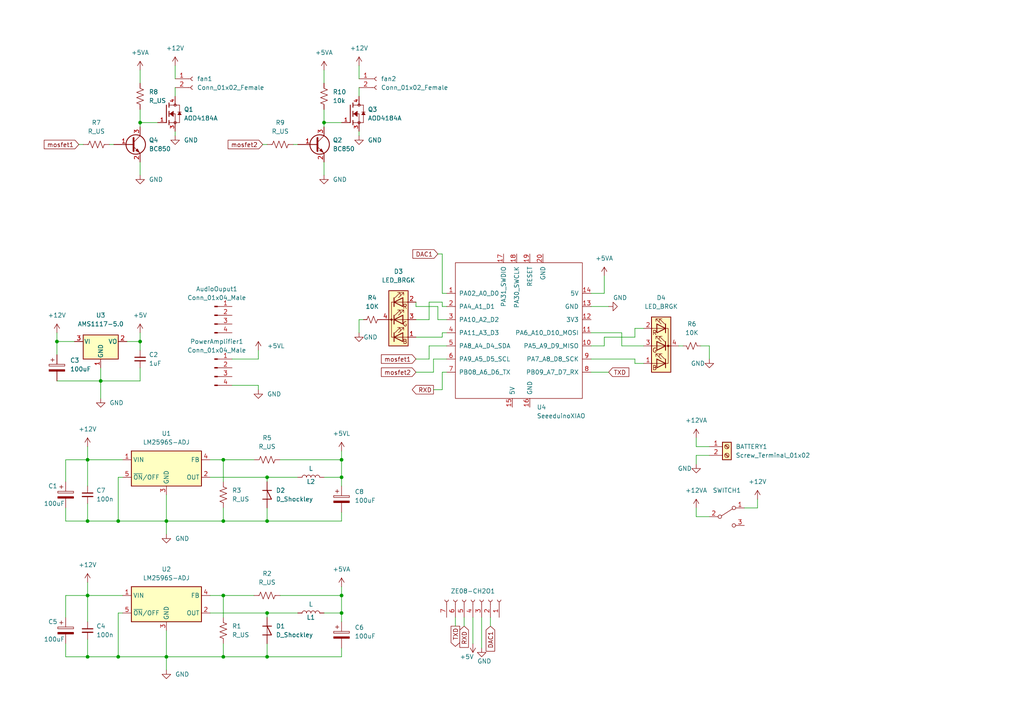
<source format=kicad_sch>
(kicad_sch (version 20211123) (generator eeschema)
  (paper "A4")
  (title_block (title "PCB CIGARETTE V1") (company "UCB IMT"))
  (lib_symbols
    (symbol "AOD4184A:AOD4184A" (pin_names (offset 1.016))
      (property "Reference" "Q" (at -8.89 2.54 0))
      (property "Value" "AOD4184A" (at -8.89 -7.62 0))
      (symbol "AOD4184A_0_0"
        (polyline (pts (xy 0 2.54) (xy 0 -2.54)) (stroke (width 0.254)))
        (polyline (pts (xy 0.762 -2.54) (xy 0.762 -3.175)) (stroke (width 0.254)))
        (polyline (pts (xy 0.762 -1.905) (xy 0.762 -2.54)) (stroke (width 0.254)))
        (polyline (pts (xy 0.762 0) (xy 0.762 -0.762)) (stroke (width 0.254)))
        (polyline (pts (xy 0.762 0) (xy 2.54 0)) (stroke (width 0.1524)))
        (polyline (pts (xy 0.762 0.762) (xy 0.762 0)) (stroke (width 0.254)))
        (polyline (pts (xy 0.762 2.54) (xy 0.762 1.905)) (stroke (width 0.254)))
        (polyline (pts (xy 0.762 2.54) (xy 3.81 2.54)) (stroke (width 0.1524)))
        (polyline (pts (xy 0.762 3.175) (xy 0.762 2.54)) (stroke (width 0.254)))
        (polyline (pts (xy 2.54 -2.54) (xy 0.762 -2.54)) (stroke (width 0.1524)))
        (polyline (pts (xy 2.54 -2.54) (xy 3.81 -2.54)) (stroke (width 0.1524)))
        (polyline (pts (xy 2.54 0) (xy 2.54 -2.54)) (stroke (width 0.1524)))
        (polyline (pts (xy 3.81 0.508) (xy 3.302 0.508)) (stroke (width 0.1524)))
        (polyline (pts (xy 3.81 0.508) (xy 3.81 -2.54)) (stroke (width 0.1524)))
        (polyline (pts (xy 3.81 2.54) (xy 3.81 0.508)) (stroke (width 0.1524)))
        (polyline (pts (xy 4.318 0.508) (xy 3.81 0.508)) (stroke (width 0.1524)))
        (polyline (pts (xy 1.016 0) (xy 2.032 0.762) (xy 2.032 -0.762) (xy 1.016 0)) (stroke (width 0.1524)) (fill (type outline)))
        (polyline (pts (xy 3.81 0.508) (xy 3.302 -0.254) (xy 4.318 -0.254) (xy 3.81 0.508)) (stroke (width 0.1524)) (fill (type outline)))
        (circle (center 2.54 -2.54) (radius 0.3592))
        (circle (center 2.54 2.54) (radius 0.3592))
        (pin passive line (at -2.54 -2.54 0) (length 2.54) (name "~") (number "1"))
        (pin passive line (at 2.54 -5.08 90) (length 2.54) (name "~") (number "3"))
        (pin passive line (at 2.54 5.08 270) (length 2.54) (name "~") (number "4"))
      )
    )
    (symbol "Connector:Conn_01x02_Female" (pin_names (offset 1.016) hide)
      (property "Reference" "J" (at 0 2.54 0))
      (property "Value" "Conn_01x02_Female" (at 0 -5.08 0))
      (symbol "Conn_01x02_Female_1_1"
        (arc (start 0 -2.032) (mid -0.508 -2.54) (end 0 -3.048) (stroke (width 0.1524)))
        (polyline (pts (xy -1.27 -2.54) (xy -0.508 -2.54)) (stroke (width 0.1524)))
        (polyline (pts (xy -1.27 0) (xy -0.508 0)) (stroke (width 0.1524)))
        (arc (start 0 0.508) (mid -0.508 0) (end 0 -0.508) (stroke (width 0.1524)))
        (pin passive line (at -5.08 0 0) (length 3.81) (name "Pin_1") (number "1"))
        (pin passive line (at -5.08 -2.54 0) (length 3.81) (name "Pin_2") (number "2"))
      )
    )
    (symbol "Connector:Conn_01x04_Male" (pin_names (offset 1.016) hide)
      (property "Reference" "J" (at 0 5.08 0))
      (property "Value" "Conn_01x04_Male" (at 0 -7.62 0))
      (symbol "Conn_01x04_Male_1_1"
        (polyline (pts (xy 1.27 -5.08) (xy 0.8636 -5.08)) (stroke (width 0.1524)))
        (polyline (pts (xy 1.27 -2.54) (xy 0.8636 -2.54)) (stroke (width 0.1524)))
        (polyline (pts (xy 1.27 0) (xy 0.8636 0)) (stroke (width 0.1524)))
        (polyline (pts (xy 1.27 2.54) (xy 0.8636 2.54)) (stroke (width 0.1524)))
        (rectangle (start 0.8636 -4.953) (end 0 -5.207) (stroke (width 0.1524)) (fill (type outline)))
        (rectangle (start 0.8636 -2.413) (end 0 -2.667) (stroke (width 0.1524)) (fill (type outline)))
        (rectangle (start 0.8636 0.127) (end 0 -0.127) (stroke (width 0.1524)) (fill (type outline)))
        (rectangle (start 0.8636 2.667) (end 0 2.413) (stroke (width 0.1524)) (fill (type outline)))
        (pin passive line (at 5.08 2.54 180) (length 3.81) (name "Pin_1") (number "1"))
        (pin passive line (at 5.08 0 180) (length 3.81) (name "Pin_2") (number "2"))
        (pin passive line (at 5.08 -2.54 180) (length 3.81) (name "Pin_3") (number "3"))
        (pin passive line (at 5.08 -5.08 180) (length 3.81) (name "Pin_4") (number "4"))
      )
    )
    (symbol "Connector:Conn_01x07_Female" (pin_names (offset 1.016) hide)
      (property "Reference" "J" (at 0 10.16 0))
      (property "Value" "Conn_01x07_Female" (at 0 -10.16 0))
      (symbol "Conn_01x07_Female_1_1"
        (arc (start 0 -7.112) (mid -0.508 -7.62) (end 0 -8.128) (stroke (width 0.1524)))
        (arc (start 0 -4.572) (mid -0.508 -5.08) (end 0 -5.588) (stroke (width 0.1524)))
        (arc (start 0 -2.032) (mid -0.508 -2.54) (end 0 -3.048) (stroke (width 0.1524)))
        (polyline (pts (xy -1.27 -7.62) (xy -0.508 -7.62)) (stroke (width 0.1524)))
        (polyline (pts (xy -1.27 -5.08) (xy -0.508 -5.08)) (stroke (width 0.1524)))
        (polyline (pts (xy -1.27 -2.54) (xy -0.508 -2.54)) (stroke (width 0.1524)))
        (polyline (pts (xy -1.27 0) (xy -0.508 0)) (stroke (width 0.1524)))
        (polyline (pts (xy -1.27 2.54) (xy -0.508 2.54)) (stroke (width 0.1524)))
        (polyline (pts (xy -1.27 5.08) (xy -0.508 5.08)) (stroke (width 0.1524)))
        (polyline (pts (xy -1.27 7.62) (xy -0.508 7.62)) (stroke (width 0.1524)))
        (arc (start 0 0.508) (mid -0.508 0) (end 0 -0.508) (stroke (width 0.1524)))
        (arc (start 0 3.048) (mid -0.508 2.54) (end 0 2.032) (stroke (width 0.1524)))
        (arc (start 0 5.588) (mid -0.508 5.08) (end 0 4.572) (stroke (width 0.1524)))
        (arc (start 0 8.128) (mid -0.508 7.62) (end 0 7.112) (stroke (width 0.1524)))
        (pin passive line (at -5.08 7.62 0) (length 3.81) (name "Pin_1") (number "1"))
        (pin passive line (at -5.08 5.08 0) (length 3.81) (name "Pin_2") (number "2"))
        (pin passive line (at -5.08 2.54 0) (length 3.81) (name "Pin_3") (number "3"))
        (pin passive line (at -5.08 0 0) (length 3.81) (name "Pin_4") (number "4"))
        (pin passive line (at -5.08 -2.54 0) (length 3.81) (name "Pin_5") (number "5"))
        (pin passive line (at -5.08 -5.08 0) (length 3.81) (name "Pin_6") (number "6"))
        (pin passive line (at -5.08 -7.62 0) (length 3.81) (name "Pin_7") (number "7"))
      )
    )
    (symbol "Connector:Screw_Terminal_01x02" (pin_names (offset 1.016) hide)
      (property "Reference" "J" (at 0 2.54 0))
      (property "Value" "Screw_Terminal_01x02" (at 0 -5.08 0))
      (symbol "Screw_Terminal_01x02_1_1"
        (rectangle (start -1.27 1.27) (end 1.27 -3.81) (stroke (width 0.254)) (fill (type background)))
        (circle (center 0 -2.54) (radius 0.635) (stroke (width 0.1524)))
        (polyline (pts (xy -0.5334 -2.2098) (xy 0.3302 -3.048)) (stroke (width 0.1524)))
        (polyline (pts (xy -0.5334 0.3302) (xy 0.3302 -0.508)) (stroke (width 0.1524)))
        (polyline (pts (xy -0.3556 -2.032) (xy 0.508 -2.8702)) (stroke (width 0.1524)))
        (polyline (pts (xy -0.3556 0.508) (xy 0.508 -0.3302)) (stroke (width 0.1524)))
        (circle (center 0 0) (radius 0.635) (stroke (width 0.1524)))
        (pin passive line (at -5.08 0 0) (length 3.81) (name "Pin_1") (number "1"))
        (pin passive line (at -5.08 -2.54 0) (length 3.81) (name "Pin_2") (number "2"))
      )
    )
    (symbol "Device:C_Polarized" (pin_numbers hide) (pin_names (offset 0.254))
      (property "Reference" "C" (at 0.635 2.54 0))
      (property "Value" "C_Polarized" (at 0.635 -2.54 0))
      (symbol "C_Polarized_0_1"
        (rectangle (start -2.286 0.508) (end 2.286 1.016))
        (polyline (pts (xy -1.778 2.286) (xy -0.762 2.286)))
        (polyline (pts (xy -1.27 2.794) (xy -1.27 1.778)))
        (rectangle (start 2.286 -0.508) (end -2.286 -1.016) (fill (type outline)))
      )
      (symbol "C_Polarized_1_1"
        (pin passive line (at 0 3.81 270) (length 2.794) (name "~") (number "1"))
        (pin passive line (at 0 -3.81 90) (length 2.794) (name "~") (number "2"))
      )
    )
    (symbol "Device:C_Small" (pin_numbers hide) (pin_names (offset 0.254) hide)
      (property "Reference" "C" (at 0.254 1.778 0))
      (property "Value" "C_Small" (at 0.254 -2.032 0))
      (symbol "C_Small_0_1"
        (polyline (pts (xy -1.524 -0.508) (xy 1.524 -0.508)) (stroke (width 0.3302)))
        (polyline (pts (xy -1.524 0.508) (xy 1.524 0.508)) (stroke (width 0.3048)))
      )
      (symbol "C_Small_1_1"
        (pin passive line (at 0 2.54 270) (length 2.032) (name "~") (number "1"))
        (pin passive line (at 0 -2.54 90) (length 2.032) (name "~") (number "2"))
      )
    )
    (symbol "Device:D_Shockley" (pin_numbers hide) (pin_names (offset 1.016) hide)
      (property "Reference" "D" (at 0 2.54 0))
      (property "Value" "D_Shockley" (at 0 -2.54 0))
      (symbol "D_Shockley_0_1"
        (polyline (pts (xy -1.27 0) (xy 1.27 0)))
        (polyline (pts (xy -1.27 1.27) (xy -1.27 -1.27)) (stroke (width 0.254)))
        (polyline (pts (xy -1.27 0) (xy 1.27 1.27) (xy 1.27 -1.27)) (stroke (width 0.254)))
      )
      (symbol "D_Shockley_1_1"
        (pin passive line (at -3.81 0 0) (length 2.54) (name "K") (number "1"))
        (pin passive line (at 3.81 0 180) (length 2.54) (name "A") (number "2"))
      )
    )
    (symbol "Device:L" (pin_numbers hide) (pin_names (offset 1.016) hide)
      (property "Reference" "L" (at -1.27 0 90))
      (property "Value" "L" (at 1.905 0 90))
      (symbol "L_0_1"
        (arc (start 0 -2.54) (mid 0.635 -1.905) (end 0 -1.27))
        (arc (start 0 -1.27) (mid 0.635 -0.635) (end 0 0))
        (arc (start 0 0) (mid 0.635 0.635) (end 0 1.27))
        (arc (start 0 1.27) (mid 0.635 1.905) (end 0 2.54))
      )
      (symbol "L_1_1"
        (pin passive line (at 0 3.81 270) (length 1.27) (name "1") (number "1"))
        (pin passive line (at 0 -3.81 90) (length 1.27) (name "2") (number "2"))
      )
    )
    (symbol "Device:LED_BRGK" (pin_names (offset 0) hide)
      (property "Reference" "D" (at 0 9.398 0))
      (property "Value" "LED_BRGK" (at 0 -8.89 0))
      (symbol "LED_BRGK_0_0"
        (text "B" (at 1.905 -6.35 0) (effects (font (size 1.27 1.27))))
        (text "G" (at 1.905 -1.27 0) (effects (font (size 1.27 1.27))))
        (text "R" (at 1.905 3.81 0) (effects (font (size 1.27 1.27))))
      )
      (symbol "LED_BRGK_0_1"
        (circle (center -2.032 0) (radius 0.254) (fill (type outline)))
        (polyline (pts (xy -1.27 -5.08) (xy 1.27 -5.08)))
        (polyline (pts (xy -1.27 -3.81) (xy -1.27 -6.35)) (stroke (width 0.254)))
        (polyline (pts (xy -1.27 0) (xy -2.54 0)))
        (polyline (pts (xy -1.27 1.27) (xy -1.27 -1.27)) (stroke (width 0.254)))
        (polyline (pts (xy -1.27 5.08) (xy 1.27 5.08)))
        (polyline (pts (xy -1.27 6.35) (xy -1.27 3.81)) (stroke (width 0.254)))
        (polyline (pts (xy 1.27 -5.08) (xy 2.54 -5.08)))
        (polyline (pts (xy 1.27 0) (xy -1.27 0)))
        (polyline (pts (xy 1.27 0) (xy 2.54 0)))
        (polyline (pts (xy 1.27 5.08) (xy 2.54 5.08)))
        (polyline (pts (xy -1.27 1.27) (xy -1.27 -1.27) (xy -1.27 -1.27)))
        (polyline (pts (xy -1.27 6.35) (xy -1.27 3.81) (xy -1.27 3.81)))
        (polyline (pts (xy -1.27 5.08) (xy -2.032 5.08) (xy -2.032 -5.08) (xy -1.016 -5.08)))
        (polyline (pts (xy 1.27 -3.81) (xy 1.27 -6.35) (xy -1.27 -5.08) (xy 1.27 -3.81)) (stroke (width 0.254)))
        (polyline (pts (xy 1.27 1.27) (xy 1.27 -1.27) (xy -1.27 0) (xy 1.27 1.27)) (stroke (width 0.254)))
        (polyline (pts (xy 1.27 6.35) (xy 1.27 3.81) (xy -1.27 5.08) (xy 1.27 6.35)) (stroke (width 0.254)))
        (polyline (pts (xy -1.016 -3.81) (xy 0.508 -2.286) (xy -0.254 -2.286) (xy 0.508 -2.286) (xy 0.508 -3.048)))
        (polyline (pts (xy -1.016 1.27) (xy 0.508 2.794) (xy -0.254 2.794) (xy 0.508 2.794) (xy 0.508 2.032)))
        (polyline (pts (xy -1.016 6.35) (xy 0.508 7.874) (xy -0.254 7.874) (xy 0.508 7.874) (xy 0.508 7.112)))
        (polyline (pts (xy 0 -3.81) (xy 1.524 -2.286) (xy 0.762 -2.286) (xy 1.524 -2.286) (xy 1.524 -3.048)))
        (polyline (pts (xy 0 1.27) (xy 1.524 2.794) (xy 0.762 2.794) (xy 1.524 2.794) (xy 1.524 2.032)))
        (polyline (pts (xy 0 6.35) (xy 1.524 7.874) (xy 0.762 7.874) (xy 1.524 7.874) (xy 1.524 7.112)))
        (rectangle (start 1.27 -1.27) (end 1.27 1.27))
        (rectangle (start 1.27 1.27) (end 1.27 1.27))
        (rectangle (start 1.27 3.81) (end 1.27 6.35))
        (rectangle (start 1.27 6.35) (end 1.27 6.35))
        (rectangle (start 2.794 8.382) (end -2.794 -7.62) (stroke (width 0.254)) (fill (type background)))
      )
      (symbol "LED_BRGK_1_1"
        (pin passive line (at 5.08 -5.08 180) (length 2.54) (name "BA") (number "1"))
        (pin passive line (at 5.08 5.08 180) (length 2.54) (name "RA") (number "2"))
        (pin passive line (at 5.08 0 180) (length 2.54) (name "GA") (number "3"))
        (pin passive line (at -5.08 0 0) (length 2.54) (name "K") (number "4"))
      )
    )
    (symbol "Device:R_Small_US" (pin_numbers hide) (pin_names (offset 0.254) hide)
      (property "Reference" "R" (at 0.762 0.508 0))
      (property "Value" "R_Small_US" (at 0.762 -1.016 0))
      (symbol "R_Small_US_1_1"
        (polyline (pts (xy 0 0) (xy 1.016 -0.381) (xy 0 -0.762) (xy -1.016 -1.143) (xy 0 -1.524)))
        (polyline (pts (xy 0 1.524) (xy 1.016 1.143) (xy 0 0.762) (xy -1.016 0.381) (xy 0 0)))
        (pin passive line (at 0 2.54 270) (length 1.016) (name "~") (number "1"))
        (pin passive line (at 0 -2.54 90) (length 1.016) (name "~") (number "2"))
      )
    )
    (symbol "Device:R_US" (pin_numbers hide) (pin_names (offset 0))
      (property "Reference" "R" (at 2.54 0 90))
      (property "Value" "R_US" (at -2.54 0 90))
      (symbol "R_US_0_1"
        (polyline (pts (xy 0 -2.286) (xy 0 -2.54)))
        (polyline (pts (xy 0 2.286) (xy 0 2.54)))
        (polyline (pts (xy 0 -0.762) (xy 1.016 -1.143) (xy 0 -1.524) (xy -1.016 -1.905) (xy 0 -2.286)))
        (polyline (pts (xy 0 0.762) (xy 1.016 0.381) (xy 0 0) (xy -1.016 -0.381) (xy 0 -0.762)))
        (polyline (pts (xy 0 2.286) (xy 1.016 1.905) (xy 0 1.524) (xy -1.016 1.143) (xy 0 0.762)))
      )
      (symbol "R_US_1_1"
        (pin passive line (at 0 3.81 270) (length 1.27) (name "~") (number "1"))
        (pin passive line (at 0 -3.81 90) (length 1.27) (name "~") (number "2"))
      )
    )
    (symbol "Regulator_Linear:AMS1117-5.0" (pin_names (offset 0.254))
      (property "Reference" "U" (at -3.81 3.175 0))
      (property "Value" "AMS1117-5.0" (at 0 3.175 0))
      (symbol "AMS1117-5.0_0_1"
        (rectangle (start -5.08 -5.08) (end 5.08 1.905) (stroke (width 0.254)) (fill (type background)))
      )
      (symbol "AMS1117-5.0_1_1"
        (pin power_in line (at 0 -7.62 90) (length 2.54) (name "GND") (number "1"))
        (pin power_out line (at 7.62 0 180) (length 2.54) (name "VO") (number "2"))
        (pin power_in line (at -7.62 0 0) (length 2.54) (name "VI") (number "3"))
      )
    )
    (symbol "Regulator_Switching:LM2596S-ADJ"
      (property "Reference" "U" (at -10.16 6.35 0))
      (property "Value" "LM2596S-ADJ" (at 0 6.35 0))
      (symbol "LM2596S-ADJ_0_1"
        (rectangle (start -10.16 5.08) (end 10.16 -5.08) (stroke (width 0.254)) (fill (type background)))
      )
      (symbol "LM2596S-ADJ_1_1"
        (pin power_in line (at -12.7 2.54 0) (length 2.54) (name "VIN") (number "1"))
        (pin output line (at 12.7 -2.54 180) (length 2.54) (name "OUT") (number "2"))
        (pin power_in line (at 0 -7.62 90) (length 2.54) (name "GND") (number "3"))
        (pin input line (at 12.7 2.54 180) (length 2.54) (name "FB") (number "4"))
        (pin input line (at -12.7 -2.54 0) (length 2.54) (name "~{ON}/OFF") (number "5"))
      )
    )
    (symbol "Seeeduino XIAO:SeeeduinoXIAO" (pin_names (offset 1.016))
      (property "Reference" "U" (at -19.05 22.86 0))
      (property "Value" "SeeeduinoXIAO" (at -12.7 21.59 0))
      (symbol "SeeeduinoXIAO_0_1"
        (rectangle (start -19.05 20.32) (end 17.78 -19.05))
      )
      (symbol "SeeeduinoXIAO_1_1"
        (pin unspecified line (at -21.59 11.43 0) (length 2.54) (name "PA02_A0_D0") (number "1"))
        (pin unspecified line (at 20.32 -3.81 180) (length 2.54) (name "PA5_A9_D9_MISO") (number "10"))
        (pin unspecified line (at 20.32 0 180) (length 2.54) (name "PA6_A10_D10_MOSI") (number "11"))
        (pin unspecified line (at 20.32 3.81 180) (length 2.54) (name "3V3") (number "12"))
        (pin unspecified line (at 20.32 7.62 180) (length 2.54) (name "GND") (number "13"))
        (pin unspecified line (at 20.32 11.43 180) (length 2.54) (name "5V") (number "14"))
        (pin input line (at -2.54 -21.59 90) (length 2.54) (name "5V") (number "15"))
        (pin input line (at 2.54 -21.59 90) (length 2.54) (name "GND") (number "16"))
        (pin input line (at -5.08 22.86 270) (length 2.54) (name "PA31_SWDIO") (number "17"))
        (pin input line (at -1.27 22.86 270) (length 2.54) (name "PA30_SWCLK") (number "18"))
        (pin input line (at 2.54 22.86 270) (length 2.54) (name "RESET") (number "19"))
        (pin unspecified line (at -21.59 7.62 0) (length 2.54) (name "PA4_A1_D1") (number "2"))
        (pin input line (at 6.35 22.86 270) (length 2.54) (name "GND") (number "20"))
        (pin unspecified line (at -21.59 3.81 0) (length 2.54) (name "PA10_A2_D2") (number "3"))
        (pin unspecified line (at -21.59 0 0) (length 2.54) (name "PA11_A3_D3") (number "4"))
        (pin unspecified line (at -21.59 -3.81 0) (length 2.54) (name "PA8_A4_D4_SDA") (number "5"))
        (pin unspecified line (at -21.59 -7.62 0) (length 2.54) (name "PA9_A5_D5_SCL") (number "6"))
        (pin unspecified line (at -21.59 -11.43 0) (length 2.54) (name "PB08_A6_D6_TX") (number "7"))
        (pin unspecified line (at 20.32 -11.43 180) (length 2.54) (name "PB09_A7_D7_RX") (number "8"))
        (pin unspecified line (at 20.32 -7.62 180) (length 2.54) (name "PA7_A8_D8_SCK") (number "9"))
      )
    )
    (symbol "Switch:SW_SPDT" (pin_names (offset 0) hide)
      (property "Reference" "SW" (at 0 4.318 0))
      (property "Value" "SW_SPDT" (at 0 -5.08 0))
      (symbol "SW_SPDT_0_0"
        (circle (center -2.032 0) (radius 0.508))
        (circle (center 2.032 -2.54) (radius 0.508))
      )
      (symbol "SW_SPDT_0_1"
        (polyline (pts (xy -1.524 0.254) (xy 1.651 2.286)))
        (circle (center 2.032 2.54) (radius 0.508))
      )
      (symbol "SW_SPDT_1_1"
        (pin passive line (at 5.08 2.54 180) (length 2.54) (name "A") (number "1"))
        (pin passive line (at -5.08 0 0) (length 2.54) (name "B") (number "2"))
        (pin passive line (at 5.08 -2.54 180) (length 2.54) (name "C") (number "3"))
      )
    )
    (symbol "Transistor_BJT:BC850" (pin_names (offset 0) hide)
      (property "Reference" "Q" (at 5.08 1.905 0))
      (property "Value" "BC850" (at 5.08 0 0))
      (symbol "BC850_0_1"
        (polyline (pts (xy 0.635 0.635) (xy 2.54 2.54)))
        (polyline (pts (xy 0.635 -0.635) (xy 2.54 -2.54) (xy 2.54 -2.54)))
        (polyline (pts (xy 0.635 1.905) (xy 0.635 -1.905) (xy 0.635 -1.905)) (stroke (width 0.508)))
        (polyline (pts (xy 1.27 -1.778) (xy 1.778 -1.27) (xy 2.286 -2.286) (xy 1.27 -1.778) (xy 1.27 -1.778)) (fill (type outline)))
        (circle (center 1.27 0) (radius 2.8194) (stroke (width 0.254)))
      )
      (symbol "BC850_1_1"
        (pin input line (at -5.08 0 0) (length 5.715) (name "B") (number "1"))
        (pin passive line (at 2.54 -5.08 90) (length 2.54) (name "E") (number "2"))
        (pin passive line (at 2.54 5.08 270) (length 2.54) (name "C") (number "3"))
      )
    )
    (symbol "power:+12V" (power) (pin_names (offset 0))
      (property "Value" "+12V" (at 0 3.556 0))
      (symbol "+12V_0_1"
        (polyline (pts (xy -0.762 1.27) (xy 0 2.54)))
        (polyline (pts (xy 0 0) (xy 0 2.54)))
        (polyline (pts (xy 0 2.54) (xy 0.762 1.27)))
      )
      (symbol "+12V_1_1"
        (pin power_in line (at 0 0 90) (length 0) hide (name "+12V") (number "1"))
      )
    )
    (symbol "power:+12VA" (power) (pin_names (offset 0))
      (property "Value" "+12VA" (at 0 3.556 0))
      (symbol "+12VA_0_1"
        (polyline (pts (xy -0.762 1.27) (xy 0 2.54)))
        (polyline (pts (xy 0 0) (xy 0 2.54)))
        (polyline (pts (xy 0 2.54) (xy 0.762 1.27)))
      )
      (symbol "+12VA_1_1"
        (pin power_in line (at 0 0 90) (length 0) hide (name "+12VA") (number "1"))
      )
    )
    (symbol "power:+5V" (power) (pin_names (offset 0))
      (property "Value" "+5V" (at 0 3.556 0))
      (symbol "+5V_0_1"
        (polyline (pts (xy -0.762 1.27) (xy 0 2.54)))
        (polyline (pts (xy 0 0) (xy 0 2.54)))
        (polyline (pts (xy 0 2.54) (xy 0.762 1.27)))
      )
      (symbol "+5V_1_1"
        (pin power_in line (at 0 0 90) (length 0) hide (name "+5V") (number "1"))
      )
    )
    (symbol "power:+5VA" (power) (pin_names (offset 0))
      (property "Value" "+5VA" (at 0 3.556 0))
      (symbol "+5VA_0_1"
        (polyline (pts (xy -0.762 1.27) (xy 0 2.54)))
        (polyline (pts (xy 0 0) (xy 0 2.54)))
        (polyline (pts (xy 0 2.54) (xy 0.762 1.27)))
      )
      (symbol "+5VA_1_1"
        (pin power_in line (at 0 0 90) (length 0) hide (name "+5VA") (number "1"))
      )
    )
    (symbol "power:+5VL" (power) (pin_names (offset 0))
      (property "Value" "+5VL" (at 0 3.556 0))
      (symbol "+5VL_0_1"
        (polyline (pts (xy -0.762 1.27) (xy 0 2.54)))
        (polyline (pts (xy 0 0) (xy 0 2.54)))
        (polyline (pts (xy 0 2.54) (xy 0.762 1.27)))
      )
      (symbol "+5VL_1_1"
        (pin power_in line (at 0 0 90) (length 0) hide (name "+5VL") (number "1"))
      )
    )
    (symbol "power:GND" (power) (pin_names (offset 0))
      (property "Value" "GND" (at 0 -3.81 0))
      (symbol "GND_0_1"
        (polyline (pts (xy 0 0) (xy 0 -1.27) (xy 1.27 -1.27) (xy 0 -2.54) (xy -1.27 -1.27) (xy 0 -1.27)))
      )
      (symbol "GND_1_1"
        (pin power_in line (at 0 0 270) (length 0) hide (name "GND") (number "1"))
      )
    )
  )
  (junction (at 99.06 133.35))
  (junction (at 99.06 172.72))
  (junction (at 34.29 151.13))
  (junction (at 48.26 190.5))
  (junction (at 25.4 190.5))
  (junction (at 77.47 138.43))
  (junction (at 25.4 172.72))
  (junction (at 48.26 151.13))
  (junction (at 93.98 35.56))
  (junction (at 77.47 151.13))
  (junction (at 34.29 190.5))
  (junction (at 25.4 133.35))
  (junction (at 40.64 99.06))
  (junction (at 40.64 35.56))
  (junction (at 99.06 138.43))
  (junction (at 64.77 190.5))
  (junction (at 99.06 177.8))
  (junction (at 16.51 99.06))
  (junction (at 64.77 133.35))
  (junction (at 64.77 172.72))
  (junction (at 25.4 151.13))
  (junction (at 77.47 190.5))
  (junction (at 64.77 151.13))
  (junction (at 29.21 110.49))
  (junction (at 77.47 177.8))
  (wire (pts (xy 77.47 151.13) (xy 64.77 151.13)))
  (wire (pts (xy 99.06 133.35) (xy 99.06 138.43)))
  (wire (pts (xy 25.4 168.91) (xy 25.4 172.72)))
  (wire (pts (xy 25.4 151.13) (xy 34.29 151.13)))
  (wire (pts (xy 77.47 147.32) (xy 77.47 151.13)))
  (wire (pts (xy 99.06 190.5) (xy 77.47 190.5)))
  (wire (pts (xy 25.4 146.05) (xy 25.4 151.13)))
  (wire (pts (xy 186.69 105.41) (xy 184.15 105.41)))
  (wire (pts (xy 36.83 99.06) (xy 40.64 99.06)))
  (wire (pts (xy 180.34 96.52) (xy 180.34 100.33)))
  (wire (pts (xy 93.98 46.99) (xy 93.98 50.8)))
  (wire (pts (xy 35.56 138.43) (xy 34.29 138.43)))
  (wire (pts (xy 99.06 138.43) (xy 93.98 138.43)))
  (wire (pts (xy 77.47 177.8) (xy 86.36 177.8)))
  (wire (pts (xy 120.65 107.95) (xy 125.73 107.95)))
  (wire (pts (xy 99.06 172.72) (xy 99.06 177.8)))
  (wire (pts (xy 34.29 151.13) (xy 48.26 151.13)))
  (wire (pts (xy 129.54 96.52) (xy 128.27 96.52)))
  (wire (pts (xy 50.8 25.4) (xy 50.8 27.94)))
  (wire (pts (xy 16.51 96.52) (xy 16.51 99.06)))
  (wire (pts (xy 128.27 87.63) (xy 124.46 87.63)))
  (wire (pts (xy 201.93 147.32) (xy 201.93 149.86)))
  (wire (pts (xy 127 73.66) (xy 128.27 73.66)))
  (wire (pts (xy 128.27 85.09) (xy 129.54 85.09)))
  (wire (pts (xy 184.15 97.79) (xy 175.26 97.79)))
  (wire (pts (xy 35.56 177.8) (xy 34.29 177.8)))
  (wire (pts (xy 76.2 41.91) (xy 77.47 41.91)))
  (wire (pts (xy 99.06 177.8) (xy 99.06 180.34)))
  (wire (pts (xy 19.05 133.35) (xy 25.4 133.35)))
  (wire (pts (xy 125.73 104.14) (xy 129.54 104.14)))
  (wire (pts (xy 77.47 138.43) (xy 77.47 139.7)))
  (wire (pts (xy 198.12 100.33) (xy 196.85 100.33)))
  (wire (pts (xy 40.64 31.75) (xy 40.64 35.56)))
  (wire (pts (xy 40.64 96.52) (xy 40.64 99.06)))
  (wire (pts (xy 48.26 182.88) (xy 48.26 190.5)))
  (wire (pts (xy 171.45 104.14) (xy 184.15 104.14)))
  (wire (pts (xy 124.46 92.71) (xy 120.65 92.71)))
  (wire (pts (xy 40.64 35.56) (xy 40.64 36.83)))
  (wire (pts (xy 125.73 113.03) (xy 128.27 113.03)))
  (wire (pts (xy 34.29 177.8) (xy 34.29 190.5)))
  (wire (pts (xy 128.27 113.03) (xy 128.27 107.95)))
  (wire (pts (xy 60.96 172.72) (xy 64.77 172.72)))
  (wire (pts (xy 85.09 41.91) (xy 86.36 41.91)))
  (wire (pts (xy 128.27 88.9) (xy 128.27 87.63)))
  (wire (pts (xy 201.93 129.54) (xy 205.74 129.54)))
  (wire (pts (xy 128.27 107.95) (xy 129.54 107.95)))
  (wire (pts (xy 64.77 151.13) (xy 48.26 151.13)))
  (wire (pts (xy 19.05 147.32) (xy 19.05 151.13)))
  (wire (pts (xy 64.77 133.35) (xy 64.77 139.7)))
  (wire (pts (xy 120.65 104.14) (xy 124.46 104.14)))
  (wire (pts (xy 16.51 99.06) (xy 21.59 99.06)))
  (wire (pts (xy 93.98 35.56) (xy 93.98 36.83)))
  (wire (pts (xy 19.05 139.7) (xy 19.05 133.35)))
  (wire (pts (xy 184.15 95.25) (xy 186.69 95.25)))
  (wire (pts (xy 124.46 100.33) (xy 129.54 100.33)))
  (wire (pts (xy 64.77 172.72) (xy 73.66 172.72)))
  (wire (pts (xy 203.2 100.33) (xy 205.74 100.33)))
  (wire (pts (xy 142.24 179.07) (xy 142.24 181.61)))
  (wire (pts (xy 29.21 106.68) (xy 29.21 110.49)))
  (wire (pts (xy 99.06 170.18) (xy 99.06 172.72)))
  (wire (pts (xy 81.28 133.35) (xy 99.06 133.35)))
  (wire (pts (xy 205.74 100.33) (xy 205.74 104.14)))
  (wire (pts (xy 19.05 151.13) (xy 25.4 151.13)))
  (wire (pts (xy 201.93 134.62) (xy 201.93 132.08)))
  (wire (pts (xy 25.4 133.35) (xy 25.4 140.97)))
  (wire (pts (xy 104.14 92.71) (xy 104.14 96.52)))
  (wire (pts (xy 74.93 101.6) (xy 74.93 104.14)))
  (wire (pts (xy 40.64 99.06) (xy 40.64 101.6)))
  (wire (pts (xy 60.96 133.35) (xy 64.77 133.35)))
  (wire (pts (xy 64.77 190.5) (xy 48.26 190.5)))
  (wire (pts (xy 128.27 73.66) (xy 128.27 85.09)))
  (wire (pts (xy 25.4 133.35) (xy 35.56 133.35)))
  (wire (pts (xy 64.77 186.69) (xy 64.77 190.5)))
  (wire (pts (xy 201.93 127) (xy 201.93 129.54)))
  (wire (pts (xy 201.93 132.08) (xy 205.74 132.08)))
  (wire (pts (xy 25.4 185.42) (xy 25.4 190.5)))
  (wire (pts (xy 19.05 172.72) (xy 25.4 172.72)))
  (wire (pts (xy 171.45 107.95) (xy 176.53 107.95)))
  (wire (pts (xy 175.26 85.09) (xy 171.45 85.09)))
  (wire (pts (xy 22.86 41.91) (xy 24.13 41.91)))
  (wire (pts (xy 99.06 138.43) (xy 99.06 140.97)))
  (wire (pts (xy 104.14 25.4) (xy 104.14 27.94)))
  (wire (pts (xy 25.4 172.72) (xy 35.56 172.72)))
  (wire (pts (xy 120.65 88.9) (xy 120.65 87.63)))
  (wire (pts (xy 104.14 92.71) (xy 105.41 92.71)))
  (wire (pts (xy 124.46 87.63) (xy 124.46 92.71)))
  (wire (pts (xy 93.98 35.56) (xy 99.06 35.56)))
  (wire (pts (xy 74.93 104.14) (xy 67.31 104.14)))
  (wire (pts (xy 120.65 97.79) (xy 128.27 97.79)))
  (wire (pts (xy 104.14 19.05) (xy 104.14 22.86)))
  (wire (pts (xy 50.8 38.1) (xy 50.8 39.37)))
  (wire (pts (xy 40.64 46.99) (xy 40.64 50.8)))
  (wire (pts (xy 125.73 107.95) (xy 125.73 104.14)))
  (wire (pts (xy 74.93 113.03) (xy 74.93 111.76)))
  (wire (pts (xy 124.46 104.14) (xy 124.46 100.33)))
  (wire (pts (xy 184.15 95.25) (xy 184.15 97.79)))
  (wire (pts (xy 16.51 110.49) (xy 29.21 110.49)))
  (wire (pts (xy 129.54 92.71) (xy 127 92.71)))
  (wire (pts (xy 128.27 96.52) (xy 128.27 97.79)))
  (wire (pts (xy 34.29 190.5) (xy 48.26 190.5)))
  (wire (pts (xy 60.96 177.8) (xy 77.47 177.8)))
  (wire (pts (xy 50.8 19.05) (xy 50.8 22.86)))
  (wire (pts (xy 99.06 148.59) (xy 99.06 151.13)))
  (wire (pts (xy 25.4 129.54) (xy 25.4 133.35)))
  (wire (pts (xy 219.71 147.32) (xy 215.9 147.32)))
  (wire (pts (xy 64.77 133.35) (xy 73.66 133.35)))
  (wire (pts (xy 184.15 104.14) (xy 184.15 105.41)))
  (wire (pts (xy 201.93 149.86) (xy 205.74 149.86)))
  (wire (pts (xy 93.98 20.32) (xy 93.98 24.13)))
  (wire (pts (xy 219.71 144.78) (xy 219.71 147.32)))
  (wire (pts (xy 48.26 143.51) (xy 48.26 151.13)))
  (wire (pts (xy 48.26 190.5) (xy 48.26 194.31)))
  (wire (pts (xy 180.34 100.33) (xy 186.69 100.33)))
  (wire (pts (xy 40.64 35.56) (xy 45.72 35.56)))
  (wire (pts (xy 104.14 38.1) (xy 104.14 39.37)))
  (wire (pts (xy 34.29 138.43) (xy 34.29 151.13)))
  (wire (pts (xy 93.98 31.75) (xy 93.98 35.56)))
  (wire (pts (xy 48.26 151.13) (xy 48.26 154.94)))
  (wire (pts (xy 64.77 147.32) (xy 64.77 151.13)))
  (wire (pts (xy 19.05 186.69) (xy 19.05 190.5)))
  (wire (pts (xy 77.47 190.5) (xy 64.77 190.5)))
  (wire (pts (xy 171.45 96.52) (xy 180.34 96.52)))
  (wire (pts (xy 29.21 110.49) (xy 29.21 115.57)))
  (wire (pts (xy 31.75 41.91) (xy 33.02 41.91)))
  (wire (pts (xy 134.62 179.07) (xy 134.62 181.61)))
  (wire (pts (xy 99.06 130.81) (xy 99.06 133.35)))
  (wire (pts (xy 99.06 187.96) (xy 99.06 190.5)))
  (wire (pts (xy 99.06 151.13) (xy 77.47 151.13)))
  (wire (pts (xy 40.64 106.68) (xy 40.64 110.49)))
  (wire (pts (xy 81.28 172.72) (xy 99.06 172.72)))
  (wire (pts (xy 25.4 190.5) (xy 34.29 190.5)))
  (wire (pts (xy 67.31 111.76) (xy 74.93 111.76)))
  (wire (pts (xy 175.26 100.33) (xy 171.45 100.33)))
  (wire (pts (xy 137.16 179.07) (xy 137.16 186.69)))
  (wire (pts (xy 25.4 172.72) (xy 25.4 180.34)))
  (wire (pts (xy 19.05 190.5) (xy 25.4 190.5)))
  (wire (pts (xy 77.47 138.43) (xy 86.36 138.43)))
  (wire (pts (xy 64.77 172.72) (xy 64.77 179.07)))
  (wire (pts (xy 127 92.71) (xy 127 88.9)))
  (wire (pts (xy 60.96 138.43) (xy 77.47 138.43)))
  (wire (pts (xy 175.26 97.79) (xy 175.26 100.33)))
  (wire (pts (xy 132.08 179.07) (xy 132.08 181.61)))
  (wire (pts (xy 175.26 80.01) (xy 175.26 85.09)))
  (wire (pts (xy 40.64 20.32) (xy 40.64 24.13)))
  (wire (pts (xy 127 88.9) (xy 120.65 88.9)))
  (wire (pts (xy 29.21 110.49) (xy 40.64 110.49)))
  (wire (pts (xy 16.51 102.87) (xy 16.51 99.06)))
  (wire (pts (xy 171.45 88.9) (xy 176.53 88.9)))
  (wire (pts (xy 139.7 179.07) (xy 139.7 187.96)))
  (wire (pts (xy 99.06 177.8) (xy 93.98 177.8)))
  (wire (pts (xy 129.54 88.9) (xy 128.27 88.9)))
  (wire (pts (xy 77.47 177.8) (xy 77.47 179.07)))
  (wire (pts (xy 19.05 179.07) (xy 19.05 172.72)))
  (wire (pts (xy 77.47 186.69) (xy 77.47 190.5)))
  (global_label "TXD" (shape input) (at 176.53 107.95 0) (property "Intersheet References" "${INTERSHEET_REFS}" (effects hide)))
  (global_label "TXD" (shape output) (at 132.08 181.61 270) (property "Intersheet References" "${INTERSHEET_REFS}" (effects hide)))
  (global_label "RXD" (shape output) (at 125.73 113.03 180) (property "Intersheet References" "${INTERSHEET_REFS}" (effects hide)))
  (global_label "DAC1" (shape input) (at 142.24 181.61 270) (property "Intersheet References" "${INTERSHEET_REFS}" (effects hide)))
  (global_label "mosfet1" (shape input) (at 22.86 41.91 180) (property "Intersheet References" "${INTERSHEET_REFS}" (effects hide)))
  (global_label "mosfet2" (shape input) (at 76.2 41.91 180) (property "Intersheet References" "${INTERSHEET_REFS}" (effects hide)))
  (global_label "DAC1" (shape input) (at 127 73.66 180) (property "Intersheet References" "${INTERSHEET_REFS}" (effects hide)))
  (global_label "RXD" (shape input) (at 134.62 181.61 270) (property "Intersheet References" "${INTERSHEET_REFS}" (effects hide)))
  (global_label "mosfet1" (shape input) (at 120.65 104.14 180) (property "Intersheet References" "${INTERSHEET_REFS}" (effects hide)))
  (global_label "mosfet2" (shape input) (at 120.65 107.95 180) (property "Intersheet References" "${INTERSHEET_REFS}" (effects hide)))
  (symbol (lib_id "Device:LED_BRGK") (at 115.57 92.71 0) (unit 1)
    (property "Reference" "D3" (at 115.57 78.74 0))
    (property "Value" "LED_BRGK" (at 115.57 81.28 0))
    (property "Footprint" "LED_THT:LED_D5.0mm-4_RGB" (effects hide))
  )
  (symbol (lib_id "power:GND") (at 74.93 113.03 0) (unit 1)
    (property "Reference" "#PWR0116" (effects hide))
    (property "Value" "GND" (at 77.47 114.2999 0) (effects (justify left)))
  )
  (symbol (lib_id "Device:R_US") (at 40.64 27.94 0) (unit 1)
    (property "Reference" "R8" (at 43.18 26.6699 0) (effects (justify left)))
    (property "Value" "R_US" (at 43.18 29.2099 0) (effects (justify left)))
    (property "Footprint" "Resistor_SMD:R_0805_2012Metric" (effects hide))
  )
  (symbol (lib_id "Device:R_US") (at 77.47 133.35 270) (unit 1)
    (property "Reference" "R5" (at 77.47 127 90))
    (property "Value" "R_US" (at 77.47 129.54 90))
    (property "Footprint" "Resistor_SMD:R_0805_2012Metric" (effects hide))
  )
  (symbol (lib_id "Device:C_Polarized") (at 19.05 182.88 0) (unit 1)
    (property "Reference" "C5" (at 13.97 180.34 0) (effects (justify left)))
    (property "Value" "100uF" (at 12.7 185.42 0) (effects (justify left)))
    (property "Footprint" "Capacitor_THT:C_Radial_D10.0mm_H12.5mm_P5.00mm" (effects hide))
  )
  (symbol (lib_id "Device:C_Small") (at 25.4 143.51 0) (unit 1)
    (property "Reference" "C7" (at 27.94 142.2462 0) (effects (justify left)))
    (property "Value" "100n" (at 27.94 144.7862 0) (effects (justify left)))
    (property "Footprint" "Capacitor_SMD:C_1206_3216Metric" (effects hide))
  )
  (symbol (lib_id "Device:L") (at 90.17 177.8 90) (unit 1)
    (property "Reference" "L1" (at 90.17 179.07 90))
    (property "Value" "L" (at 90.17 175.26 90))
    (property "Footprint" "Inductor_SMD:L_7.3x7.3_H4.5" (effects hide))
  )
  (symbol (lib_id "Device:D_Shockley") (at 77.47 182.88 270) (unit 1)
    (property "Reference" "D1" (at 80.01 181.6099 90) (effects (justify left)))
    (property "Value" "D_Shockley" (at 80.01 184.1499 90) (effects (justify left)))
    (property "Footprint" "Diode_SMD:D_SMA_Handsoldering" (effects hide))
  )
  (symbol (lib_id "power:+12VA") (at 201.93 127 0) (unit 1)
    (property "Reference" "#PWR0123" (effects hide))
    (property "Value" "+12VA" (at 201.93 121.92 0))
  )
  (symbol (lib_id "power:GND") (at 205.74 104.14 0) (mirror y) (unit 1)
    (property "Reference" "#PWR0110" (effects hide))
    (property "Value" "GND" (at 204.47 105.41 0) (effects (justify left)))
  )
  (symbol (lib_id "Transistor_BJT:BC850") (at 91.44 41.91 0) (unit 1)
    (property "Reference" "Q2" (at 96.52 40.6399 0) (effects (justify left)))
    (property "Value" "BC850" (at 96.52 43.1799 0) (effects (justify left)))
    (property "Footprint" "Package_TO_SOT_SMD:SOT-23" (effects hide))
    (property "Datasheet" "http://www.infineon.com/dgdl/Infineon-BC847SERIES_BC848SERIES_BC849SERIES_BC850SERIES-DS-v01_01-en.pdf?fileId=db3a304314dca389011541d4630a1657" (effects hide))
  )
  (symbol (lib_id "power:GND") (at 93.98 50.8 0) (unit 1)
    (property "Reference" "#PWR0129" (effects hide))
    (property "Value" "GND" (at 96.52 52.0699 0) (effects (justify left)))
  )
  (symbol (lib_id "power:+5VA") (at 175.26 80.01 0) (unit 1)
    (property "Reference" "#PWR0111" (effects hide))
    (property "Value" "+5VA" (at 175.26 74.93 0))
  )
  (symbol (lib_id "power:+5VA") (at 93.98 20.32 0) (unit 1)
    (property "Reference" "#PWR0127" (effects hide))
    (property "Value" "+5VA" (at 93.98 15.24 0))
  )
  (symbol (lib_id "power:+12V") (at 25.4 168.91 0) (unit 1)
    (property "Reference" "#PWR0109" (effects hide))
    (property "Value" "+12V" (at 25.4 163.83 0))
  )
  (symbol (lib_id "Regulator_Switching:LM2596S-ADJ") (at 48.26 175.26 0) (unit 1)
    (property "Reference" "U2" (at 48.26 165.1 0))
    (property "Value" "LM2596S-ADJ" (at 48.26 167.64 0))
    (property "Footprint" "Package_TO_SOT_SMD:TO-263-5_TabPin3" (effects hide))
    (property "Datasheet" "http://www.ti.com/lit/ds/symlink/lm2596.pdf" (effects hide))
  )
  (symbol (lib_id "Connector:Conn_01x04_Male") (at 62.23 106.68 0) (unit 1)
    (property "Reference" "PowerAmplifier1" (at 62.865 99.06 0))
    (property "Value" "Conn_01x04_Male" (at 62.865 101.6 0))
    (property "Footprint" "Connector_Molex:Molex_KK-254_AE-6410-04A_1x04_P2.54mm_Vertical" (effects hide))
  )
  (symbol (lib_id "Device:C_Polarized") (at 99.06 184.15 0) (unit 1)
    (property "Reference" "C6" (at 102.87 181.9909 0) (effects (justify left)))
    (property "Value" "100uF" (at 102.87 184.5309 0) (effects (justify left)))
    (property "Footprint" "Capacitor_THT:C_Radial_D10.0mm_H12.5mm_P5.00mm" (effects hide))
  )
  (symbol (lib_id "Connector:Screw_Terminal_01x02") (at 210.82 129.54 0) (unit 1)
    (property "Reference" "BATTERY1" (at 213.36 129.5399 0) (effects (justify left)))
    (property "Value" "Screw_Terminal_01x02" (at 213.36 132.0799 0) (effects (justify left)))
    (property "Footprint" "TerminalBlock:TerminalBlock_bornier-2_P5.08mm" (effects hide))
  )
  (symbol (lib_id "Device:C_Polarized") (at 99.06 144.78 0) (unit 1)
    (property "Reference" "C8" (at 102.87 142.6209 0) (effects (justify left)))
    (property "Value" "100uF" (at 102.87 145.1609 0) (effects (justify left)))
    (property "Footprint" "Capacitor_THT:C_Radial_D10.0mm_H12.5mm_P5.00mm" (effects hide))
  )
  (symbol (lib_id "Switch:SW_SPDT") (at 210.82 149.86 0) (unit 1)
    (property "Reference" "SWITCH1" (at 210.82 142.24 0))
    (property "Value" "SW_SPDT" (effects hide))
    (property "Footprint" "Connector_Molex:Molex_KK-254_AE-6410-03A_1x03_P2.54mm_Vertical" (effects hide))
  )
  (symbol (lib_id "power:GND") (at 48.26 154.94 0) (unit 1)
    (property "Reference" "#PWR0108" (effects hide))
    (property "Value" "GND" (at 50.8 156.2099 0) (effects (justify left)))
  )
  (symbol (lib_id "power:+12V") (at 50.8 19.05 0) (unit 1)
    (property "Reference" "#PWR0118" (effects hide))
    (property "Value" "+12V" (at 50.8 13.97 0))
  )
  (symbol (lib_id "power:GND") (at 40.64 50.8 0) (unit 1)
    (property "Reference" "#PWR0124" (effects hide))
    (property "Value" "GND" (at 43.18 52.0699 0) (effects (justify left)))
  )
  (symbol (lib_id "Device:LED_BRGK") (at 191.77 100.33 0) (mirror y) (unit 1)
    (property "Reference" "D4" (at 191.77 86.36 0))
    (property "Value" "LED_BRGK" (at 191.77 88.9 0))
    (property "Footprint" "LED_THT:LED_D5.0mm-4_RGB" (effects hide))
  )
  (symbol (lib_id "Regulator_Linear:AMS1117-5.0") (at 29.21 99.06 0) (unit 1)
    (property "Reference" "U3" (at 29.21 91.44 0))
    (property "Value" "AMS1117-5.0" (at 29.21 93.98 0))
    (property "Footprint" "Package_TO_SOT_SMD:SOT-223-3_TabPin2" (effects hide))
    (property "Datasheet" "http://www.advanced-monolithic.com/pdf/ds1117.pdf" (effects hide))
  )
  (symbol (lib_id "power:GND") (at 104.14 39.37 0) (unit 1)
    (property "Reference" "#PWR0126" (effects hide))
    (property "Value" "GND" (at 106.68 40.6399 0) (effects (justify left)))
  )
  (symbol (lib_id "power:+5VL") (at 99.06 130.81 0) (unit 1)
    (property "Reference" "#PWR0115" (effects hide))
    (property "Value" "+5VL" (at 99.06 125.73 0))
  )
  (symbol (lib_id "Device:D_Shockley") (at 77.47 143.51 270) (unit 1)
    (property "Reference" "D2" (at 80.01 142.2399 90) (effects (justify left)))
    (property "Value" "D_Shockley" (at 80.01 144.7799 90) (effects (justify left)))
    (property "Footprint" "Diode_SMD:D_SMA_Handsoldering" (effects hide))
  )
  (symbol (lib_id "power:+5VA") (at 40.64 20.32 0) (unit 1)
    (property "Reference" "#PWR0125" (effects hide))
    (property "Value" "+5VA" (at 40.64 15.24 0))
  )
  (symbol (lib_id "Device:C_Polarized") (at 19.05 143.51 0) (unit 1)
    (property "Reference" "C1" (at 13.97 140.97 0) (effects (justify left)))
    (property "Value" "100uF" (at 12.7 146.05 0) (effects (justify left)))
    (property "Footprint" "Capacitor_THT:C_Radial_D10.0mm_H12.5mm_P5.00mm" (effects hide))
  )
  (symbol (lib_id "power:GND") (at 50.8 39.37 0) (unit 1)
    (property "Reference" "#PWR0119" (effects hide))
    (property "Value" "GND" (at 53.34 40.6399 0) (effects (justify left)))
  )
  (symbol (lib_id "Device:C_Small") (at 40.64 104.14 0) (unit 1)
    (property "Reference" "C2" (at 43.18 102.8762 0) (effects (justify left)))
    (property "Value" "1uF" (at 43.18 105.4162 0) (effects (justify left)))
    (property "Footprint" "Capacitor_SMD:C_1206_3216Metric" (effects hide))
  )
  (symbol (lib_id "power:+12V") (at 16.51 96.52 0) (unit 1)
    (property "Reference" "#PWR0101" (effects hide))
    (property "Value" "+12V" (at 16.51 91.44 0))
  )
  (symbol (lib_id "Device:R_US") (at 93.98 27.94 0) (unit 1)
    (property "Reference" "R10" (at 96.52 26.6699 0) (effects (justify left)))
    (property "Value" "10k" (at 96.52 29.2099 0) (effects (justify left)))
    (property "Footprint" "Resistor_SMD:R_0805_2012Metric" (effects hide))
  )
  (symbol (lib_id "power:+12V") (at 219.71 144.78 0) (unit 1)
    (property "Reference" "#PWR0120" (effects hide))
    (property "Value" "+12V" (at 219.71 139.7 0))
  )
  (symbol (lib_id "power:+5VA") (at 99.06 170.18 0) (unit 1)
    (property "Reference" "#PWR0106" (effects hide))
    (property "Value" "+5VA" (at 99.06 165.1 0))
  )
  (symbol (lib_id "Connector:Conn_01x07_Female") (at 137.16 173.99 270) (mirror x) (unit 1)
    (property "Reference" "ZE08-CH2O1" (at 137.16 171.45 90))
    (property "Value" "Conn_01x07_Female" (effects hide))
    (property "Footprint" "Connector_Molex:Molex_KK-254_AE-6410-07A_1x07_P2.54mm_Vertical" (effects hide))
  )
  (symbol (lib_id "power:GND") (at 176.53 88.9 90) (unit 1)
    (property "Reference" "#PWR0112" (effects hide))
    (property "Value" "GND" (at 177.8 86.36 90) (effects (justify right)))
  )
  (symbol (lib_id "Device:R_Small_US") (at 200.66 100.33 270) (mirror x) (unit 1)
    (property "Reference" "R6" (at 200.66 93.98 90))
    (property "Value" "10K" (at 200.66 96.52 90))
    (property "Footprint" "Resistor_SMD:R_0805_2012Metric" (effects hide))
  )
  (symbol (lib_id "power:GND") (at 139.7 187.96 0) (unit 1)
    (property "Reference" "#PWR0113" (effects hide))
    (property "Value" "GND" (at 138.43 191.77 0) (effects (justify left)))
  )
  (symbol (lib_id "AOD4184A:AOD4184A") (at 48.26 33.02 0) (unit 1)
    (property "Reference" "Q1" (at 53.34 31.7499 0) (effects (justify left)))
    (property "Value" "AOD4184A" (at 53.34 34.2899 0) (effects (justify left)))
    (property "Footprint" "AOD4184A:DPAK228P994X240-4N" (effects hide))
    (property "MF" "Alpha &" (effects hide))
    (property "MAXIMUM_PACKAGE_HEIGHT" "2.4mm" (effects hide))
    (property "Package" "TO-252 Alpha &amp; Omega Semiconductor" (effects hide))
    (property "Price" "None" (effects hide))
    (property "Check_prices" "https://www.snapeda.com/parts/AOD4184A/Alpha+%2526+Omega+Semiconductor+Inc./view-part/?ref=eda" (effects hide))
    (property "STANDARD" "IPC-7351B" (effects hide))
    (property "PARTREV" "0" (effects hide))
    (property "SnapEDA_Link" "https://www.snapeda.com/parts/AOD4184A/Alpha+%2526+Omega+Semiconductor+Inc./view-part/?ref=snap" (effects hide))
    (property "MP" "AOD4184A" (effects hide))
    (property "Description" "\nN-Channel 40V 13A (Ta), 50A (Tc) 2.3W (Ta), 50W (Tc) Surface Mount TO-252, (D-Pak)\n" (effects hide))
    (property "Availability" "In Stock" (effects hide))
    (property "MANUFACTURER" "Alpha and Omega" (effects hide))
  )
  (symbol (lib_id "power:+5VL") (at 74.93 101.6 0) (unit 1)
    (property "Reference" "#PWR0117" (effects hide))
    (property "Value" "+5VL" (at 77.47 100.3299 0) (effects (justify left)))
  )
  (symbol (lib_id "Device:R_US") (at 27.94 41.91 270) (unit 1)
    (property "Reference" "R7" (at 27.94 35.56 90))
    (property "Value" "R_US" (at 27.94 38.1 90))
    (property "Footprint" "Resistor_SMD:R_0805_2012Metric" (effects hide))
  )
  (symbol (lib_id "Device:C_Small") (at 25.4 182.88 0) (unit 1)
    (property "Reference" "C4" (at 27.94 181.6162 0) (effects (justify left)))
    (property "Value" "100n" (at 27.94 184.1562 0) (effects (justify left)))
    (property "Footprint" "Capacitor_SMD:C_1206_3216Metric" (effects hide))
  )
  (symbol (lib_id "Device:R_US") (at 77.47 172.72 270) (unit 1)
    (property "Reference" "R2" (at 77.47 166.37 90))
    (property "Value" "R_US" (at 77.47 168.91 90))
    (property "Footprint" "Resistor_SMD:R_0805_2012Metric" (effects hide))
  )
  (symbol (lib_id "power:+12VA") (at 201.93 147.32 0) (unit 1)
    (property "Reference" "#PWR0121" (effects hide))
    (property "Value" "+12VA" (at 201.93 142.24 0))
  )
  (symbol (lib_id "power:GND") (at 201.93 134.62 0) (mirror y) (unit 1)
    (property "Reference" "#PWR0122" (effects hide))
    (property "Value" "GND" (at 200.66 135.89 0) (effects (justify left)))
  )
  (symbol (lib_id "Regulator_Switching:LM2596S-ADJ") (at 48.26 135.89 0) (unit 1)
    (property "Reference" "U1" (at 48.26 125.73 0))
    (property "Value" "LM2596S-ADJ" (at 48.26 128.27 0))
    (property "Footprint" "Package_TO_SOT_SMD:TO-263-5_TabPin3" (effects hide))
    (property "Datasheet" "http://www.ti.com/lit/ds/symlink/lm2596.pdf" (effects hide))
  )
  (symbol (lib_id "Device:L") (at 90.17 138.43 90) (unit 1)
    (property "Reference" "L2" (at 90.17 139.7 90))
    (property "Value" "L" (at 90.17 135.89 90))
    (property "Footprint" "Inductor_SMD:L_7.3x7.3_H4.5" (effects hide))
  )
  (symbol (lib_id "power:GND") (at 48.26 194.31 0) (unit 1)
    (property "Reference" "#PWR0102" (effects hide))
    (property "Value" "GND" (at 50.8 195.5799 0) (effects (justify left)))
  )
  (symbol (lib_id "power:+12V") (at 25.4 129.54 0) (unit 1)
    (property "Reference" "#PWR0107" (effects hide))
    (property "Value" "+12V" (at 25.4 124.46 0))
  )
  (symbol (lib_id "Connector:Conn_01x02_Female") (at 109.22 22.86 0) (unit 1)
    (property "Reference" "fan2" (at 110.49 22.8599 0) (effects (justify left)))
    (property "Value" "Conn_01x02_Female" (at 110.49 25.3999 0) (effects (justify left)))
    (property "Footprint" "Connector_Molex:Molex_KK-254_AE-6410-02A_1x02_P2.54mm_Vertical" (effects hide))
  )
  (symbol (lib_id "Device:C_Polarized") (at 16.51 106.68 0) (unit 1)
    (property "Reference" "C3" (at 20.32 104.5209 0) (effects (justify left)))
    (property "Value" "100uF" (at 20.32 107.0609 0) (effects (justify left)))
    (property "Footprint" "Capacitor_THT:C_Radial_D10.0mm_H12.5mm_P5.00mm" (effects hide))
  )
  (symbol (lib_id "AOD4184A:AOD4184A") (at 101.6 33.02 0) (unit 1)
    (property "Reference" "Q3" (at 106.68 31.7499 0) (effects (justify left)))
    (property "Value" "AOD4184A" (at 106.68 34.2899 0) (effects (justify left)))
    (property "Footprint" "AOD4184A:DPAK228P994X240-4N" (effects hide))
    (property "MF" "Alpha &" (effects hide))
    (property "MAXIMUM_PACKAGE_HEIGHT" "2.4mm" (effects hide))
    (property "Package" "TO-252 Alpha &amp; Omega Semiconductor" (effects hide))
    (property "Price" "None" (effects hide))
    (property "Check_prices" "https://www.snapeda.com/parts/AOD4184A/Alpha+%2526+Omega+Semiconductor+Inc./view-part/?ref=eda" (effects hide))
    (property "STANDARD" "IPC-7351B" (effects hide))
    (property "PARTREV" "0" (effects hide))
    (property "SnapEDA_Link" "https://www.snapeda.com/parts/AOD4184A/Alpha+%2526+Omega+Semiconductor+Inc./view-part/?ref=snap" (effects hide))
    (property "MP" "AOD4184A" (effects hide))
    (property "Description" "\nN-Channel 40V 13A (Ta), 50A (Tc) 2.3W (Ta), 50W (Tc) Surface Mount TO-252, (D-Pak)\n" (effects hide))
    (property "Availability" "In Stock" (effects hide))
    (property "MANUFACTURER" "Alpha and Omega" (effects hide))
  )
  (symbol (lib_id "power:+12V") (at 104.14 19.05 0) (unit 1)
    (property "Reference" "#PWR0128" (effects hide))
    (property "Value" "+12V" (at 104.14 13.97 0))
  )
  (symbol (lib_id "power:+5V") (at 137.16 186.69 180) (unit 1)
    (property "Reference" "#PWR0114" (effects hide))
    (property "Value" "+5V" (at 133.35 190.5 0) (effects (justify right)))
  )
  (symbol (lib_id "Seeeduino XIAO:SeeeduinoXIAO") (at 151.13 96.52 0) (unit 1)
    (property "Reference" "U4" (at 155.6894 118.11 0) (effects (justify left)))
    (property "Value" "SeeeduinoXIAO" (at 155.6894 120.65 0) (effects (justify left)))
    (property "Footprint" "Seeeduino XIAO KICAD:Seeeduino XIAO-MOUDLE14P-2.54-21X17.8MM" (effects hide))
  )
  (symbol (lib_id "Device:R_US") (at 64.77 143.51 180) (unit 1)
    (property "Reference" "R3" (at 67.31 142.2399 0) (effects (justify right)))
    (property "Value" "R_US" (at 67.31 144.7799 0) (effects (justify right)))
    (property "Footprint" "Resistor_SMD:R_0805_2012Metric" (effects hide))
  )
  (symbol (lib_id "Device:R_US") (at 64.77 182.88 180) (unit 1)
    (property "Reference" "R1" (at 67.31 181.6099 0) (effects (justify right)))
    (property "Value" "R_US" (at 67.31 184.1499 0) (effects (justify right)))
    (property "Footprint" "Resistor_SMD:R_0805_2012Metric" (effects hide))
  )
  (symbol (lib_id "Connector:Conn_01x02_Female") (at 55.88 22.86 0) (unit 1)
    (property "Reference" "fan1" (at 57.15 22.8599 0) (effects (justify left)))
    (property "Value" "Conn_01x02_Female" (at 57.15 25.3999 0) (effects (justify left)))
    (property "Footprint" "Connector_Molex:Molex_KK-254_AE-6410-02A_1x02_P2.54mm_Vertical" (effects hide))
  )
  (symbol (lib_id "Device:R_Small_US") (at 107.95 92.71 90) (unit 1)
    (property "Reference" "R4" (at 107.95 86.36 90))
    (property "Value" "10K" (at 107.95 88.9 90))
    (property "Footprint" "Resistor_SMD:R_0805_2012Metric" (effects hide))
  )
  (symbol (lib_id "Transistor_BJT:BC850") (at 38.1 41.91 0) (unit 1)
    (property "Reference" "Q4" (at 43.18 40.6399 0) (effects (justify left)))
    (property "Value" "BC850" (at 43.18 43.1799 0) (effects (justify left)))
    (property "Footprint" "Package_TO_SOT_SMD:SOT-23" (effects hide))
    (property "Datasheet" "http://www.infineon.com/dgdl/Infineon-BC847SERIES_BC848SERIES_BC849SERIES_BC850SERIES-DS-v01_01-en.pdf?fileId=db3a304314dca389011541d4630a1657" (effects hide))
  )
  (symbol (lib_id "power:+5V") (at 40.64 96.52 0) (unit 1)
    (property "Reference" "#PWR0103" (effects hide))
    (property "Value" "+5V" (at 40.64 91.44 0))
  )
  (symbol (lib_id "Device:R_US") (at 81.28 41.91 270) (unit 1)
    (property "Reference" "R9" (at 81.28 35.56 90))
    (property "Value" "R_US" (at 81.28 38.1 90))
    (property "Footprint" "Resistor_SMD:R_0805_2012Metric" (effects hide))
  )
  (symbol (lib_id "power:GND") (at 29.21 115.57 0) (unit 1)
    (property "Reference" "#PWR0104" (effects hide))
    (property "Value" "GND" (at 31.75 116.8399 0) (effects (justify left)))
  )
  (symbol (lib_id "power:GND") (at 104.14 96.52 0) (unit 1)
    (property "Reference" "#PWR0105" (effects hide))
    (property "Value" "GND" (at 105.41 97.79 0) (effects (justify left)))
  )
  (symbol (lib_id "Connector:Conn_01x04_Male") (at 62.23 91.44 0) (unit 1) (in_bom no) (on_board no)
    (property "Reference" "AudioOuput1" (at 62.865 83.82 0))
    (property "Value" "Conn_01x04_Male" (at 62.865 86.36 0))
  )
)
</source>
